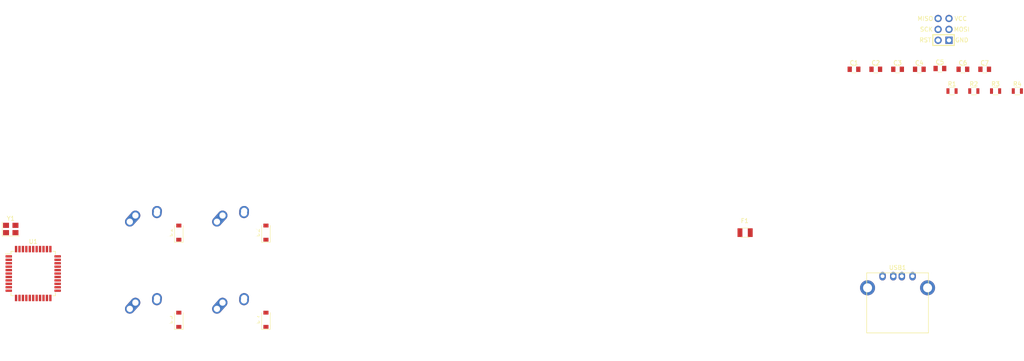
<source format=kicad_pcb>
(kicad_pcb (version 20171130) (host pcbnew "(5.1.4)-1")

  (general
    (thickness 1.6)
    (drawings 0)
    (tracks 0)
    (zones 0)
    (modules 24)
    (nets 47)
  )

  (page A4)
  (layers
    (0 F.Cu signal)
    (31 B.Cu signal)
    (32 B.Adhes user)
    (33 F.Adhes user)
    (34 B.Paste user)
    (35 F.Paste user)
    (36 B.SilkS user)
    (37 F.SilkS user)
    (38 B.Mask user)
    (39 F.Mask user)
    (40 Dwgs.User user)
    (41 Cmts.User user)
    (42 Eco1.User user)
    (43 Eco2.User user)
    (44 Edge.Cuts user)
    (45 Margin user)
    (46 B.CrtYd user)
    (47 F.CrtYd user)
    (48 B.Fab user)
    (49 F.Fab user)
  )

  (setup
    (last_trace_width 0.25)
    (trace_clearance 0.2)
    (zone_clearance 0.508)
    (zone_45_only no)
    (trace_min 0.2)
    (via_size 0.8)
    (via_drill 0.4)
    (via_min_size 0.4)
    (via_min_drill 0.3)
    (uvia_size 0.3)
    (uvia_drill 0.1)
    (uvias_allowed no)
    (uvia_min_size 0.2)
    (uvia_min_drill 0.1)
    (edge_width 0.05)
    (segment_width 0.2)
    (pcb_text_width 0.3)
    (pcb_text_size 1.5 1.5)
    (mod_edge_width 0.12)
    (mod_text_size 1 1)
    (mod_text_width 0.15)
    (pad_size 1.524 1.524)
    (pad_drill 0.762)
    (pad_to_mask_clearance 0.051)
    (solder_mask_min_width 0.25)
    (aux_axis_origin 0 0)
    (visible_elements 7FFFFFFF)
    (pcbplotparams
      (layerselection 0x010fc_ffffffff)
      (usegerberextensions false)
      (usegerberattributes false)
      (usegerberadvancedattributes false)
      (creategerberjobfile false)
      (excludeedgelayer true)
      (linewidth 0.100000)
      (plotframeref false)
      (viasonmask false)
      (mode 1)
      (useauxorigin false)
      (hpglpennumber 1)
      (hpglpenspeed 20)
      (hpglpendiameter 15.000000)
      (psnegative false)
      (psa4output false)
      (plotreference true)
      (plotvalue true)
      (plotinvisibletext false)
      (padsonsilk false)
      (subtractmaskfromsilk false)
      (outputformat 1)
      (mirror false)
      (drillshape 1)
      (scaleselection 1)
      (outputdirectory ""))
  )

  (net 0 "")
  (net 1 +5V)
  (net 2 GND)
  (net 3 "Net-(C5-Pad2)")
  (net 4 "Net-(C6-Pad2)")
  (net 5 "Net-(C7-Pad1)")
  (net 6 ROW0)
  (net 7 "Net-(D1-Pad2)")
  (net 8 ROW1)
  (net 9 "Net-(D2-Pad2)")
  (net 10 "Net-(D3-Pad2)")
  (net 11 "Net-(D4-Pad2)")
  (net 12 COL0)
  (net 13 COL1)
  (net 14 "Net-(R1-Pad1)")
  (net 15 D-)
  (net 16 "Net-(R2-Pad1)")
  (net 17 D+)
  (net 18 "Net-(R3-Pad2)")
  (net 19 "Net-(R4-Pad2)")
  (net 20 "Net-(USB1-Pad3)")
  (net 21 "Net-(USB1-Pad2)")
  (net 22 VCC)
  (net 23 "Net-(U1-Pad1)")
  (net 24 "Net-(U1-Pad8)")
  (net 25 "Net-(U1-Pad9)")
  (net 26 "Net-(U1-Pad10)")
  (net 27 "Net-(U1-Pad11)")
  (net 28 "Net-(U1-Pad12)")
  (net 29 "Net-(U1-Pad14)")
  (net 30 "Net-(U1-Pad18)")
  (net 31 "Net-(U1-Pad19)")
  (net 32 "Net-(U1-Pad20)")
  (net 33 "Net-(U1-Pad21)")
  (net 34 "Net-(U1-Pad22)")
  (net 35 "Net-(U1-Pad24)")
  (net 36 "Net-(U1-Pad25)")
  (net 37 "Net-(U1-Pad26)")
  (net 38 "Net-(U1-Pad31)")
  (net 39 "Net-(U1-Pad32)")
  (net 40 "Net-(U1-Pad36)")
  (net 41 "Net-(U1-Pad37)")
  (net 42 "Net-(U1-Pad38)")
  (net 43 "Net-(U1-Pad39)")
  (net 44 "Net-(U1-Pad40)")
  (net 45 "Net-(U1-Pad41)")
  (net 46 "Net-(U1-Pad42)")

  (net_class Default "This is the default net class."
    (clearance 0.2)
    (trace_width 0.25)
    (via_dia 0.8)
    (via_drill 0.4)
    (uvia_dia 0.3)
    (uvia_drill 0.1)
    (add_net +5V)
    (add_net COL0)
    (add_net COL1)
    (add_net D+)
    (add_net D-)
    (add_net GND)
    (add_net "Net-(C5-Pad2)")
    (add_net "Net-(C6-Pad2)")
    (add_net "Net-(C7-Pad1)")
    (add_net "Net-(D1-Pad2)")
    (add_net "Net-(D2-Pad2)")
    (add_net "Net-(D3-Pad2)")
    (add_net "Net-(D4-Pad2)")
    (add_net "Net-(R1-Pad1)")
    (add_net "Net-(R2-Pad1)")
    (add_net "Net-(R3-Pad2)")
    (add_net "Net-(R4-Pad2)")
    (add_net "Net-(U1-Pad1)")
    (add_net "Net-(U1-Pad10)")
    (add_net "Net-(U1-Pad11)")
    (add_net "Net-(U1-Pad12)")
    (add_net "Net-(U1-Pad14)")
    (add_net "Net-(U1-Pad18)")
    (add_net "Net-(U1-Pad19)")
    (add_net "Net-(U1-Pad20)")
    (add_net "Net-(U1-Pad21)")
    (add_net "Net-(U1-Pad22)")
    (add_net "Net-(U1-Pad24)")
    (add_net "Net-(U1-Pad25)")
    (add_net "Net-(U1-Pad26)")
    (add_net "Net-(U1-Pad31)")
    (add_net "Net-(U1-Pad32)")
    (add_net "Net-(U1-Pad36)")
    (add_net "Net-(U1-Pad37)")
    (add_net "Net-(U1-Pad38)")
    (add_net "Net-(U1-Pad39)")
    (add_net "Net-(U1-Pad40)")
    (add_net "Net-(U1-Pad41)")
    (add_net "Net-(U1-Pad42)")
    (add_net "Net-(U1-Pad8)")
    (add_net "Net-(U1-Pad9)")
    (add_net "Net-(USB1-Pad2)")
    (add_net "Net-(USB1-Pad3)")
    (add_net ROW0)
    (add_net ROW1)
    (add_net VCC)
  )

  (module Crystals:Crystal_SMD_3225-4pin_3.2x2.5mm (layer F.Cu) (tedit 58CD2E9C) (tstamp 60CC416E)
    (at 133.52 37.25)
    (descr "SMD Crystal SERIES SMD3225/4 http://www.txccrystal.com/images/pdf/7m-accuracy.pdf, 3.2x2.5mm^2 package")
    (tags "SMD SMT crystal")
    (path /60D07A91)
    (attr smd)
    (fp_text reference Y1 (at 0 -2.45) (layer F.SilkS)
      (effects (font (size 1 1) (thickness 0.15)))
    )
    (fp_text value 16Mhz (at 0 2.45) (layer F.Fab)
      (effects (font (size 1 1) (thickness 0.15)))
    )
    (fp_text user %R (at 0 0) (layer F.Fab)
      (effects (font (size 0.7 0.7) (thickness 0.105)))
    )
    (fp_line (start -1.6 -1.25) (end -1.6 1.25) (layer F.Fab) (width 0.1))
    (fp_line (start -1.6 1.25) (end 1.6 1.25) (layer F.Fab) (width 0.1))
    (fp_line (start 1.6 1.25) (end 1.6 -1.25) (layer F.Fab) (width 0.1))
    (fp_line (start 1.6 -1.25) (end -1.6 -1.25) (layer F.Fab) (width 0.1))
    (fp_line (start -1.6 0.25) (end -0.6 1.25) (layer F.Fab) (width 0.1))
    (fp_line (start -2 -1.65) (end -2 1.65) (layer F.SilkS) (width 0.12))
    (fp_line (start -2 1.65) (end 2 1.65) (layer F.SilkS) (width 0.12))
    (fp_line (start -2.1 -1.7) (end -2.1 1.7) (layer F.CrtYd) (width 0.05))
    (fp_line (start -2.1 1.7) (end 2.1 1.7) (layer F.CrtYd) (width 0.05))
    (fp_line (start 2.1 1.7) (end 2.1 -1.7) (layer F.CrtYd) (width 0.05))
    (fp_line (start 2.1 -1.7) (end -2.1 -1.7) (layer F.CrtYd) (width 0.05))
    (pad 1 smd rect (at -1.1 0.85) (size 1.4 1.2) (layers F.Cu F.Paste F.Mask)
      (net 3 "Net-(C5-Pad2)"))
    (pad 2 smd rect (at 1.1 0.85) (size 1.4 1.2) (layers F.Cu F.Paste F.Mask)
      (net 2 GND))
    (pad 3 smd rect (at 1.1 -0.85) (size 1.4 1.2) (layers F.Cu F.Paste F.Mask)
      (net 4 "Net-(C6-Pad2)"))
    (pad 4 smd rect (at -1.1 -0.85) (size 1.4 1.2) (layers F.Cu F.Paste F.Mask)
      (net 2 GND))
    (model ${KISYS3DMOD}/Crystals.3dshapes/Crystal_SMD_3225-4pin_3.2x2.5mm.wrl
      (at (xyz 0 0 0))
      (scale (xyz 1 1 1))
      (rotate (xyz 0 0 0))
    )
  )

  (module Housings_QFP:TQFP-44_10x10mm_Pitch0.8mm (layer F.Cu) (tedit 58CC9A48) (tstamp 60CC4149)
    (at 138.76 47.64)
    (descr "44-Lead Plastic Thin Quad Flatpack (PT) - 10x10x1.0 mm Body [TQFP] (see Microchip Packaging Specification 00000049BS.pdf)")
    (tags "QFP 0.8")
    (path /60CBFAF2)
    (attr smd)
    (fp_text reference U1 (at 0 -7.45) (layer F.SilkS)
      (effects (font (size 1 1) (thickness 0.15)))
    )
    (fp_text value ATmega32U4-AU (at 0 7.45) (layer F.Fab)
      (effects (font (size 1 1) (thickness 0.15)))
    )
    (fp_text user %R (at 0 0) (layer F.Fab)
      (effects (font (size 1 1) (thickness 0.15)))
    )
    (fp_line (start -4 -5) (end 5 -5) (layer F.Fab) (width 0.15))
    (fp_line (start 5 -5) (end 5 5) (layer F.Fab) (width 0.15))
    (fp_line (start 5 5) (end -5 5) (layer F.Fab) (width 0.15))
    (fp_line (start -5 5) (end -5 -4) (layer F.Fab) (width 0.15))
    (fp_line (start -5 -4) (end -4 -5) (layer F.Fab) (width 0.15))
    (fp_line (start -6.7 -6.7) (end -6.7 6.7) (layer F.CrtYd) (width 0.05))
    (fp_line (start 6.7 -6.7) (end 6.7 6.7) (layer F.CrtYd) (width 0.05))
    (fp_line (start -6.7 -6.7) (end 6.7 -6.7) (layer F.CrtYd) (width 0.05))
    (fp_line (start -6.7 6.7) (end 6.7 6.7) (layer F.CrtYd) (width 0.05))
    (fp_line (start -5.175 -5.175) (end -5.175 -4.6) (layer F.SilkS) (width 0.15))
    (fp_line (start 5.175 -5.175) (end 5.175 -4.5) (layer F.SilkS) (width 0.15))
    (fp_line (start 5.175 5.175) (end 5.175 4.5) (layer F.SilkS) (width 0.15))
    (fp_line (start -5.175 5.175) (end -5.175 4.5) (layer F.SilkS) (width 0.15))
    (fp_line (start -5.175 -5.175) (end -4.5 -5.175) (layer F.SilkS) (width 0.15))
    (fp_line (start -5.175 5.175) (end -4.5 5.175) (layer F.SilkS) (width 0.15))
    (fp_line (start 5.175 5.175) (end 4.5 5.175) (layer F.SilkS) (width 0.15))
    (fp_line (start 5.175 -5.175) (end 4.5 -5.175) (layer F.SilkS) (width 0.15))
    (fp_line (start -5.175 -4.6) (end -6.45 -4.6) (layer F.SilkS) (width 0.15))
    (pad 1 smd rect (at -5.7 -4) (size 1.5 0.55) (layers F.Cu F.Paste F.Mask)
      (net 23 "Net-(U1-Pad1)"))
    (pad 2 smd rect (at -5.7 -3.2) (size 1.5 0.55) (layers F.Cu F.Paste F.Mask)
      (net 1 +5V))
    (pad 3 smd rect (at -5.7 -2.4) (size 1.5 0.55) (layers F.Cu F.Paste F.Mask)
      (net 14 "Net-(R1-Pad1)"))
    (pad 4 smd rect (at -5.7 -1.6) (size 1.5 0.55) (layers F.Cu F.Paste F.Mask)
      (net 16 "Net-(R2-Pad1)"))
    (pad 5 smd rect (at -5.7 -0.8) (size 1.5 0.55) (layers F.Cu F.Paste F.Mask)
      (net 2 GND))
    (pad 6 smd rect (at -5.7 0) (size 1.5 0.55) (layers F.Cu F.Paste F.Mask)
      (net 5 "Net-(C7-Pad1)"))
    (pad 7 smd rect (at -5.7 0.8) (size 1.5 0.55) (layers F.Cu F.Paste F.Mask)
      (net 1 +5V))
    (pad 8 smd rect (at -5.7 1.6) (size 1.5 0.55) (layers F.Cu F.Paste F.Mask)
      (net 24 "Net-(U1-Pad8)"))
    (pad 9 smd rect (at -5.7 2.4) (size 1.5 0.55) (layers F.Cu F.Paste F.Mask)
      (net 25 "Net-(U1-Pad9)"))
    (pad 10 smd rect (at -5.7 3.2) (size 1.5 0.55) (layers F.Cu F.Paste F.Mask)
      (net 26 "Net-(U1-Pad10)"))
    (pad 11 smd rect (at -5.7 4) (size 1.5 0.55) (layers F.Cu F.Paste F.Mask)
      (net 27 "Net-(U1-Pad11)"))
    (pad 12 smd rect (at -4 5.7 90) (size 1.5 0.55) (layers F.Cu F.Paste F.Mask)
      (net 28 "Net-(U1-Pad12)"))
    (pad 13 smd rect (at -3.2 5.7 90) (size 1.5 0.55) (layers F.Cu F.Paste F.Mask)
      (net 18 "Net-(R3-Pad2)"))
    (pad 14 smd rect (at -2.4 5.7 90) (size 1.5 0.55) (layers F.Cu F.Paste F.Mask)
      (net 29 "Net-(U1-Pad14)"))
    (pad 15 smd rect (at -1.6 5.7 90) (size 1.5 0.55) (layers F.Cu F.Paste F.Mask)
      (net 2 GND))
    (pad 16 smd rect (at -0.8 5.7 90) (size 1.5 0.55) (layers F.Cu F.Paste F.Mask)
      (net 4 "Net-(C6-Pad2)"))
    (pad 17 smd rect (at 0 5.7 90) (size 1.5 0.55) (layers F.Cu F.Paste F.Mask)
      (net 3 "Net-(C5-Pad2)"))
    (pad 18 smd rect (at 0.8 5.7 90) (size 1.5 0.55) (layers F.Cu F.Paste F.Mask)
      (net 30 "Net-(U1-Pad18)"))
    (pad 19 smd rect (at 1.6 5.7 90) (size 1.5 0.55) (layers F.Cu F.Paste F.Mask)
      (net 31 "Net-(U1-Pad19)"))
    (pad 20 smd rect (at 2.4 5.7 90) (size 1.5 0.55) (layers F.Cu F.Paste F.Mask)
      (net 32 "Net-(U1-Pad20)"))
    (pad 21 smd rect (at 3.2 5.7 90) (size 1.5 0.55) (layers F.Cu F.Paste F.Mask)
      (net 33 "Net-(U1-Pad21)"))
    (pad 22 smd rect (at 4 5.7 90) (size 1.5 0.55) (layers F.Cu F.Paste F.Mask)
      (net 34 "Net-(U1-Pad22)"))
    (pad 23 smd rect (at 5.7 4) (size 1.5 0.55) (layers F.Cu F.Paste F.Mask)
      (net 2 GND))
    (pad 24 smd rect (at 5.7 3.2) (size 1.5 0.55) (layers F.Cu F.Paste F.Mask)
      (net 35 "Net-(U1-Pad24)"))
    (pad 25 smd rect (at 5.7 2.4) (size 1.5 0.55) (layers F.Cu F.Paste F.Mask)
      (net 36 "Net-(U1-Pad25)"))
    (pad 26 smd rect (at 5.7 1.6) (size 1.5 0.55) (layers F.Cu F.Paste F.Mask)
      (net 37 "Net-(U1-Pad26)"))
    (pad 27 smd rect (at 5.7 0.8) (size 1.5 0.55) (layers F.Cu F.Paste F.Mask)
      (net 6 ROW0))
    (pad 28 smd rect (at 5.7 0) (size 1.5 0.55) (layers F.Cu F.Paste F.Mask)
      (net 13 COL1))
    (pad 29 smd rect (at 5.7 -0.8) (size 1.5 0.55) (layers F.Cu F.Paste F.Mask)
      (net 12 COL0))
    (pad 30 smd rect (at 5.7 -1.6) (size 1.5 0.55) (layers F.Cu F.Paste F.Mask)
      (net 8 ROW1))
    (pad 31 smd rect (at 5.7 -2.4) (size 1.5 0.55) (layers F.Cu F.Paste F.Mask)
      (net 38 "Net-(U1-Pad31)"))
    (pad 32 smd rect (at 5.7 -3.2) (size 1.5 0.55) (layers F.Cu F.Paste F.Mask)
      (net 39 "Net-(U1-Pad32)"))
    (pad 33 smd rect (at 5.7 -4) (size 1.5 0.55) (layers F.Cu F.Paste F.Mask)
      (net 19 "Net-(R4-Pad2)"))
    (pad 34 smd rect (at 4 -5.7 90) (size 1.5 0.55) (layers F.Cu F.Paste F.Mask)
      (net 29 "Net-(U1-Pad14)"))
    (pad 35 smd rect (at 3.2 -5.7 90) (size 1.5 0.55) (layers F.Cu F.Paste F.Mask)
      (net 2 GND))
    (pad 36 smd rect (at 2.4 -5.7 90) (size 1.5 0.55) (layers F.Cu F.Paste F.Mask)
      (net 40 "Net-(U1-Pad36)"))
    (pad 37 smd rect (at 1.6 -5.7 90) (size 1.5 0.55) (layers F.Cu F.Paste F.Mask)
      (net 41 "Net-(U1-Pad37)"))
    (pad 38 smd rect (at 0.8 -5.7 90) (size 1.5 0.55) (layers F.Cu F.Paste F.Mask)
      (net 42 "Net-(U1-Pad38)"))
    (pad 39 smd rect (at 0 -5.7 90) (size 1.5 0.55) (layers F.Cu F.Paste F.Mask)
      (net 43 "Net-(U1-Pad39)"))
    (pad 40 smd rect (at -0.8 -5.7 90) (size 1.5 0.55) (layers F.Cu F.Paste F.Mask)
      (net 44 "Net-(U1-Pad40)"))
    (pad 41 smd rect (at -1.6 -5.7 90) (size 1.5 0.55) (layers F.Cu F.Paste F.Mask)
      (net 45 "Net-(U1-Pad41)"))
    (pad 42 smd rect (at -2.4 -5.7 90) (size 1.5 0.55) (layers F.Cu F.Paste F.Mask)
      (net 46 "Net-(U1-Pad42)"))
    (pad 43 smd rect (at -3.2 -5.7 90) (size 1.5 0.55) (layers F.Cu F.Paste F.Mask)
      (net 2 GND))
    (pad 44 smd rect (at -4 -5.7 90) (size 1.5 0.55) (layers F.Cu F.Paste F.Mask)
      (net 35 "Net-(U1-Pad24)"))
    (model ${KISYS3DMOD}/Housings_QFP.3dshapes/TQFP-44_10x10mm_Pitch0.8mm.wrl
      (at (xyz 0 0 0))
      (scale (xyz 1 1 1))
      (rotate (xyz 0 0 0))
    )
  )

  (module Fuse_Holders_and_Fuses:Fuse_SMD1206_Reflow (layer F.Cu) (tedit 0) (tstamp 60CC3FF0)
    (at 304.8 38.1)
    (descr "Fuse, Sicherung, SMD1206, Littlefuse-Wickmann, Reflow,")
    (tags "Fuse Sicherung SMD1206 Littlefuse-Wickmann Reflow ")
    (path /60D4D7F5)
    (attr smd)
    (fp_text reference F1 (at -0.1 -2.75) (layer F.SilkS)
      (effects (font (size 1 1) (thickness 0.15)))
    )
    (fp_text value 500mA (at -0.45 3.2) (layer F.Fab)
      (effects (font (size 1 1) (thickness 0.15)))
    )
    (fp_line (start -1.6 0.8) (end -1.6 -0.8) (layer F.Fab) (width 0.1))
    (fp_line (start 1.6 0.8) (end -1.6 0.8) (layer F.Fab) (width 0.1))
    (fp_line (start 1.6 -0.8) (end 1.6 0.8) (layer F.Fab) (width 0.1))
    (fp_line (start -1.6 -0.8) (end 1.6 -0.8) (layer F.Fab) (width 0.1))
    (fp_line (start 1 1.07) (end -1 1.07) (layer F.SilkS) (width 0.12))
    (fp_line (start -1 -1.07) (end 1 -1.07) (layer F.SilkS) (width 0.12))
    (fp_line (start -2.47 -1.05) (end 2.47 -1.05) (layer F.CrtYd) (width 0.05))
    (fp_line (start -2.47 -1.05) (end -2.47 1.05) (layer F.CrtYd) (width 0.05))
    (fp_line (start 2.47 1.05) (end 2.47 -1.05) (layer F.CrtYd) (width 0.05))
    (fp_line (start 2.47 1.05) (end -2.47 1.05) (layer F.CrtYd) (width 0.05))
    (pad 1 smd rect (at -1.2 0 90) (size 2.03 1.14) (layers F.Cu F.Paste F.Mask)
      (net 1 +5V))
    (pad 2 smd rect (at 1.2 0 90) (size 2.03 1.14) (layers F.Cu F.Paste F.Mask)
      (net 22 VCC))
  )

  (module random-keyboard-parts:USB-A-Generic (layer F.Cu) (tedit 5C9874DD) (tstamp 60CC115F)
    (at 340.36 48.26)
    (path /60D4AAFE)
    (fp_text reference USB1 (at 0 -2) (layer F.SilkS)
      (effects (font (size 1 1) (thickness 0.15)))
    )
    (fp_text value Molex-0548190589 (at 0 -4) (layer F.Fab)
      (effects (font (size 1 1) (thickness 0.15)))
    )
    (fp_line (start 7 -1) (end -7 -1) (layer B.CrtYd) (width 0.15))
    (fp_line (start 7 13) (end 7 -1) (layer B.CrtYd) (width 0.15))
    (fp_line (start -7 13) (end 7 13) (layer B.CrtYd) (width 0.15))
    (fp_line (start -7 -1) (end -7 13) (layer B.CrtYd) (width 0.15))
    (fp_line (start 7.2 13.22) (end 7.2 -0.78) (layer F.SilkS) (width 0.15))
    (fp_line (start 7.2 13.22) (end -7.2 13.22) (layer F.SilkS) (width 0.15))
    (fp_line (start -7.2 -0.78) (end -7.2 13.22) (layer F.SilkS) (width 0.15))
    (fp_line (start -7.2 -0.78) (end 7.2 -0.78) (layer F.SilkS) (width 0.15))
    (pad 5 thru_hole circle (at -7 2.71) (size 3.5 3.5) (drill 2.1) (layers *.Cu *.Mask)
      (net 15 D-))
    (pad 4 thru_hole oval (at 3.5 0) (size 1.5 2) (drill 0.9) (layers *.Cu *.Mask)
      (net 17 D+))
    (pad 3 thru_hole oval (at 1 0) (size 1.5 2) (drill 0.9) (layers *.Cu *.Mask)
      (net 20 "Net-(USB1-Pad3)"))
    (pad 2 thru_hole oval (at -1 0) (size 1.5 2) (drill 0.9) (layers *.Cu *.Mask)
      (net 21 "Net-(USB1-Pad2)"))
    (pad 5 thru_hole circle (at 7 2.71) (size 3.5 3.5) (drill 2.1) (layers *.Cu *.Mask)
      (net 15 D-))
    (pad 1 thru_hole oval (at -3.5 0) (size 1.5 2) (drill 0.9) (layers *.Cu *.Mask)
      (net 2 GND))
  )

  (module random-keyboard-parts:Reset_Pretty (layer F.Cu) (tedit 5C42C5BD) (tstamp 60CC114D)
    (at 351.085001 -9.31)
    (path /60D40849)
    (attr virtual)
    (fp_text reference SW1 (at 0 6) (layer Dwgs.User)
      (effects (font (size 1 1) (thickness 0.15)))
    )
    (fp_text value SW_Push (at 0 -6) (layer Dwgs.User)
      (effects (font (size 1 1) (thickness 0.15)))
    )
    (fp_text user MISO (at -4.25 -2.5) (layer F.SilkS)
      (effects (font (size 1 1) (thickness 0.15)))
    )
    (fp_text user VCC (at 4 -2.5) (layer F.SilkS)
      (effects (font (size 1 1) (thickness 0.15)))
    )
    (fp_text user SCK (at -4 0) (layer F.SilkS)
      (effects (font (size 1 1) (thickness 0.15)))
    )
    (fp_text user MOSI (at 4.25 0) (layer F.SilkS)
      (effects (font (size 1 1) (thickness 0.15)))
    )
    (fp_text user RST (at -4.25 2.5) (layer F.SilkS)
      (effects (font (size 1 1) (thickness 0.15)))
    )
    (fp_text user GND (at 4.25 2.5) (layer F.SilkS)
      (effects (font (size 1 1) (thickness 0.15)))
    )
    (fp_line (start -2.5 1.25) (end 2.5 1.25) (layer F.SilkS) (width 0.25))
    (fp_line (start 2.5 1.25) (end 2.5 3.75) (layer F.SilkS) (width 0.25))
    (fp_line (start 2.5 3.75) (end -2.5 3.75) (layer F.SilkS) (width 0.25))
    (fp_line (start -2.5 3.75) (end -2.5 1.25) (layer F.SilkS) (width 0.25))
    (pad 6 thru_hole rect (at 1.27 2.54) (size 1.7 1.7) (drill 1) (layers *.Cu *.Mask))
    (pad 5 thru_hole circle (at -1.27 2.54) (size 1.7 1.7) (drill 1) (layers *.Cu *.Mask))
    (pad 4 thru_hole circle (at 1.27 0) (size 1.7 1.7) (drill 1) (layers *.Cu *.Mask))
    (pad 3 thru_hole circle (at -1.27 0) (size 1.7 1.7) (drill 1) (layers *.Cu *.Mask))
    (pad 2 thru_hole circle (at 1.27 -2.54) (size 1.7 1.7) (drill 1) (layers *.Cu *.Mask)
      (net 18 "Net-(R3-Pad2)"))
    (pad 1 thru_hole circle (at -1.27 -2.54) (size 1.7 1.7) (drill 1) (layers *.Cu *.Mask)
      (net 2 GND))
  )

  (module Resistors_SMD:R_0805 (layer F.Cu) (tedit 58E0A804) (tstamp 60CC1139)
    (at 368.3 5.08)
    (descr "Resistor SMD 0805, reflow soldering, Vishay (see dcrcw.pdf)")
    (tags "resistor 0805")
    (path /60CD7644)
    (attr smd)
    (fp_text reference R4 (at 0 -1.65) (layer F.SilkS)
      (effects (font (size 1 1) (thickness 0.15)))
    )
    (fp_text value 10k (at 0 1.75) (layer F.Fab)
      (effects (font (size 1 1) (thickness 0.15)))
    )
    (fp_text user %R (at 0 0) (layer F.Fab)
      (effects (font (size 0.5 0.5) (thickness 0.075)))
    )
    (fp_line (start -1 0.62) (end -1 -0.62) (layer F.Fab) (width 0.1))
    (fp_line (start 1 0.62) (end -1 0.62) (layer F.Fab) (width 0.1))
    (fp_line (start 1 -0.62) (end 1 0.62) (layer F.Fab) (width 0.1))
    (fp_line (start -1 -0.62) (end 1 -0.62) (layer F.Fab) (width 0.1))
    (fp_line (start 0.6 0.88) (end -0.6 0.88) (layer F.SilkS) (width 0.12))
    (fp_line (start -0.6 -0.88) (end 0.6 -0.88) (layer F.SilkS) (width 0.12))
    (fp_line (start -1.55 -0.9) (end 1.55 -0.9) (layer F.CrtYd) (width 0.05))
    (fp_line (start -1.55 -0.9) (end -1.55 0.9) (layer F.CrtYd) (width 0.05))
    (fp_line (start 1.55 0.9) (end 1.55 -0.9) (layer F.CrtYd) (width 0.05))
    (fp_line (start 1.55 0.9) (end -1.55 0.9) (layer F.CrtYd) (width 0.05))
    (pad 1 smd rect (at -0.95 0) (size 0.7 1.3) (layers F.Cu F.Paste F.Mask)
      (net 2 GND))
    (pad 2 smd rect (at 0.95 0) (size 0.7 1.3) (layers F.Cu F.Paste F.Mask)
      (net 19 "Net-(R4-Pad2)"))
    (model ${KISYS3DMOD}/Resistors_SMD.3dshapes/R_0805.wrl
      (at (xyz 0 0 0))
      (scale (xyz 1 1 1))
      (rotate (xyz 0 0 0))
    )
  )

  (module Resistors_SMD:R_0805 (layer F.Cu) (tedit 58E0A804) (tstamp 60CC1136)
    (at 363.22 5.08)
    (descr "Resistor SMD 0805, reflow soldering, Vishay (see dcrcw.pdf)")
    (tags "resistor 0805")
    (path /60D44737)
    (attr smd)
    (fp_text reference R3 (at 0 -1.65) (layer F.SilkS)
      (effects (font (size 1 1) (thickness 0.15)))
    )
    (fp_text value 10k (at 0 1.75) (layer F.Fab)
      (effects (font (size 1 1) (thickness 0.15)))
    )
    (fp_text user %R (at 0 0) (layer F.Fab)
      (effects (font (size 0.5 0.5) (thickness 0.075)))
    )
    (fp_line (start -1 0.62) (end -1 -0.62) (layer F.Fab) (width 0.1))
    (fp_line (start 1 0.62) (end -1 0.62) (layer F.Fab) (width 0.1))
    (fp_line (start 1 -0.62) (end 1 0.62) (layer F.Fab) (width 0.1))
    (fp_line (start -1 -0.62) (end 1 -0.62) (layer F.Fab) (width 0.1))
    (fp_line (start 0.6 0.88) (end -0.6 0.88) (layer F.SilkS) (width 0.12))
    (fp_line (start -0.6 -0.88) (end 0.6 -0.88) (layer F.SilkS) (width 0.12))
    (fp_line (start -1.55 -0.9) (end 1.55 -0.9) (layer F.CrtYd) (width 0.05))
    (fp_line (start -1.55 -0.9) (end -1.55 0.9) (layer F.CrtYd) (width 0.05))
    (fp_line (start 1.55 0.9) (end 1.55 -0.9) (layer F.CrtYd) (width 0.05))
    (fp_line (start 1.55 0.9) (end -1.55 0.9) (layer F.CrtYd) (width 0.05))
    (pad 1 smd rect (at -0.95 0) (size 0.7 1.3) (layers F.Cu F.Paste F.Mask)
      (net 1 +5V))
    (pad 2 smd rect (at 0.95 0) (size 0.7 1.3) (layers F.Cu F.Paste F.Mask)
      (net 18 "Net-(R3-Pad2)"))
    (model ${KISYS3DMOD}/Resistors_SMD.3dshapes/R_0805.wrl
      (at (xyz 0 0 0))
      (scale (xyz 1 1 1))
      (rotate (xyz 0 0 0))
    )
  )

  (module Resistors_SMD:R_0805 (layer F.Cu) (tedit 58E0A804) (tstamp 60CC1133)
    (at 358.14 5.08)
    (descr "Resistor SMD 0805, reflow soldering, Vishay (see dcrcw.pdf)")
    (tags "resistor 0805")
    (path /60CDF4B8)
    (attr smd)
    (fp_text reference R2 (at 0 -1.65) (layer F.SilkS)
      (effects (font (size 1 1) (thickness 0.15)))
    )
    (fp_text value 22 (at 0 1.75) (layer F.Fab)
      (effects (font (size 1 1) (thickness 0.15)))
    )
    (fp_text user %R (at 0 0) (layer F.Fab)
      (effects (font (size 0.5 0.5) (thickness 0.075)))
    )
    (fp_line (start -1 0.62) (end -1 -0.62) (layer F.Fab) (width 0.1))
    (fp_line (start 1 0.62) (end -1 0.62) (layer F.Fab) (width 0.1))
    (fp_line (start 1 -0.62) (end 1 0.62) (layer F.Fab) (width 0.1))
    (fp_line (start -1 -0.62) (end 1 -0.62) (layer F.Fab) (width 0.1))
    (fp_line (start 0.6 0.88) (end -0.6 0.88) (layer F.SilkS) (width 0.12))
    (fp_line (start -0.6 -0.88) (end 0.6 -0.88) (layer F.SilkS) (width 0.12))
    (fp_line (start -1.55 -0.9) (end 1.55 -0.9) (layer F.CrtYd) (width 0.05))
    (fp_line (start -1.55 -0.9) (end -1.55 0.9) (layer F.CrtYd) (width 0.05))
    (fp_line (start 1.55 0.9) (end 1.55 -0.9) (layer F.CrtYd) (width 0.05))
    (fp_line (start 1.55 0.9) (end -1.55 0.9) (layer F.CrtYd) (width 0.05))
    (pad 1 smd rect (at -0.95 0) (size 0.7 1.3) (layers F.Cu F.Paste F.Mask)
      (net 16 "Net-(R2-Pad1)"))
    (pad 2 smd rect (at 0.95 0) (size 0.7 1.3) (layers F.Cu F.Paste F.Mask)
      (net 17 D+))
    (model ${KISYS3DMOD}/Resistors_SMD.3dshapes/R_0805.wrl
      (at (xyz 0 0 0))
      (scale (xyz 1 1 1))
      (rotate (xyz 0 0 0))
    )
  )

  (module Resistors_SMD:R_0805 (layer F.Cu) (tedit 58E0A804) (tstamp 60CC1130)
    (at 353.06 5.08)
    (descr "Resistor SMD 0805, reflow soldering, Vishay (see dcrcw.pdf)")
    (tags "resistor 0805")
    (path /60CE0862)
    (attr smd)
    (fp_text reference R1 (at 0 -1.65) (layer F.SilkS)
      (effects (font (size 1 1) (thickness 0.15)))
    )
    (fp_text value 22 (at 0 1.75) (layer F.Fab)
      (effects (font (size 1 1) (thickness 0.15)))
    )
    (fp_text user %R (at 0 0) (layer F.Fab)
      (effects (font (size 0.5 0.5) (thickness 0.075)))
    )
    (fp_line (start -1 0.62) (end -1 -0.62) (layer F.Fab) (width 0.1))
    (fp_line (start 1 0.62) (end -1 0.62) (layer F.Fab) (width 0.1))
    (fp_line (start 1 -0.62) (end 1 0.62) (layer F.Fab) (width 0.1))
    (fp_line (start -1 -0.62) (end 1 -0.62) (layer F.Fab) (width 0.1))
    (fp_line (start 0.6 0.88) (end -0.6 0.88) (layer F.SilkS) (width 0.12))
    (fp_line (start -0.6 -0.88) (end 0.6 -0.88) (layer F.SilkS) (width 0.12))
    (fp_line (start -1.55 -0.9) (end 1.55 -0.9) (layer F.CrtYd) (width 0.05))
    (fp_line (start -1.55 -0.9) (end -1.55 0.9) (layer F.CrtYd) (width 0.05))
    (fp_line (start 1.55 0.9) (end 1.55 -0.9) (layer F.CrtYd) (width 0.05))
    (fp_line (start 1.55 0.9) (end -1.55 0.9) (layer F.CrtYd) (width 0.05))
    (pad 1 smd rect (at -0.95 0) (size 0.7 1.3) (layers F.Cu F.Paste F.Mask)
      (net 14 "Net-(R1-Pad1)"))
    (pad 2 smd rect (at 0.95 0) (size 0.7 1.3) (layers F.Cu F.Paste F.Mask)
      (net 15 D-))
    (model ${KISYS3DMOD}/Resistors_SMD.3dshapes/R_0805.wrl
      (at (xyz 0 0 0))
      (scale (xyz 1 1 1))
      (rotate (xyz 0 0 0))
    )
  )

  (module MX_Alps_Hybrid:MX-1U-NoLED (layer F.Cu) (tedit 5A9F5203) (tstamp 60CC112D)
    (at 185.42 58.42)
    (path /60D675EC)
    (fp_text reference MX4 (at 0 3.175) (layer Dwgs.User)
      (effects (font (size 1 1) (thickness 0.15)))
    )
    (fp_text value MX-NoLED (at 0 -7.9375) (layer Dwgs.User)
      (effects (font (size 1 1) (thickness 0.15)))
    )
    (fp_line (start -9.525 9.525) (end -9.525 -9.525) (layer Dwgs.User) (width 0.15))
    (fp_line (start 9.525 9.525) (end -9.525 9.525) (layer Dwgs.User) (width 0.15))
    (fp_line (start 9.525 -9.525) (end 9.525 9.525) (layer Dwgs.User) (width 0.15))
    (fp_line (start -9.525 -9.525) (end 9.525 -9.525) (layer Dwgs.User) (width 0.15))
    (fp_line (start -7 -7) (end -7 -5) (layer Dwgs.User) (width 0.15))
    (fp_line (start -5 -7) (end -7 -7) (layer Dwgs.User) (width 0.15))
    (fp_line (start -7 7) (end -5 7) (layer Dwgs.User) (width 0.15))
    (fp_line (start -7 5) (end -7 7) (layer Dwgs.User) (width 0.15))
    (fp_line (start 7 7) (end 7 5) (layer Dwgs.User) (width 0.15))
    (fp_line (start 5 7) (end 7 7) (layer Dwgs.User) (width 0.15))
    (fp_line (start 7 -7) (end 7 -5) (layer Dwgs.User) (width 0.15))
    (fp_line (start 5 -7) (end 7 -7) (layer Dwgs.User) (width 0.15))
    (pad "" np_thru_hole circle (at 5.08 0 48.0996) (size 1.75 1.75) (drill 1.75) (layers *.Cu *.Mask))
    (pad "" np_thru_hole circle (at -5.08 0 48.0996) (size 1.75 1.75) (drill 1.75) (layers *.Cu *.Mask))
    (pad 1 thru_hole circle (at -2.5 -4) (size 2.25 2.25) (drill 1.47) (layers *.Cu B.Mask)
      (net 13 COL1))
    (pad "" np_thru_hole circle (at 0 0) (size 3.9878 3.9878) (drill 3.9878) (layers *.Cu *.Mask))
    (pad 1 thru_hole oval (at -3.81 -2.54 48.0996) (size 4.211556 2.25) (drill 1.47 (offset 0.980778 0)) (layers *.Cu B.Mask)
      (net 13 COL1))
    (pad 2 thru_hole circle (at 2.54 -5.08) (size 2.25 2.25) (drill 1.47) (layers *.Cu B.Mask)
      (net 11 "Net-(D4-Pad2)"))
    (pad 2 thru_hole oval (at 2.5 -4.5 86.0548) (size 2.831378 2.25) (drill 1.47 (offset 0.290689 0)) (layers *.Cu B.Mask)
      (net 11 "Net-(D4-Pad2)"))
  )

  (module MX_Alps_Hybrid:MX-1U-NoLED (layer F.Cu) (tedit 5A9F5203) (tstamp 60CC1116)
    (at 165.1 58.42)
    (path /60D6387F)
    (fp_text reference MX3 (at 0 3.175) (layer Dwgs.User)
      (effects (font (size 1 1) (thickness 0.15)))
    )
    (fp_text value MX-NoLED (at 0 -7.9375) (layer Dwgs.User)
      (effects (font (size 1 1) (thickness 0.15)))
    )
    (fp_line (start -9.525 9.525) (end -9.525 -9.525) (layer Dwgs.User) (width 0.15))
    (fp_line (start 9.525 9.525) (end -9.525 9.525) (layer Dwgs.User) (width 0.15))
    (fp_line (start 9.525 -9.525) (end 9.525 9.525) (layer Dwgs.User) (width 0.15))
    (fp_line (start -9.525 -9.525) (end 9.525 -9.525) (layer Dwgs.User) (width 0.15))
    (fp_line (start -7 -7) (end -7 -5) (layer Dwgs.User) (width 0.15))
    (fp_line (start -5 -7) (end -7 -7) (layer Dwgs.User) (width 0.15))
    (fp_line (start -7 7) (end -5 7) (layer Dwgs.User) (width 0.15))
    (fp_line (start -7 5) (end -7 7) (layer Dwgs.User) (width 0.15))
    (fp_line (start 7 7) (end 7 5) (layer Dwgs.User) (width 0.15))
    (fp_line (start 5 7) (end 7 7) (layer Dwgs.User) (width 0.15))
    (fp_line (start 7 -7) (end 7 -5) (layer Dwgs.User) (width 0.15))
    (fp_line (start 5 -7) (end 7 -7) (layer Dwgs.User) (width 0.15))
    (pad "" np_thru_hole circle (at 5.08 0 48.0996) (size 1.75 1.75) (drill 1.75) (layers *.Cu *.Mask))
    (pad "" np_thru_hole circle (at -5.08 0 48.0996) (size 1.75 1.75) (drill 1.75) (layers *.Cu *.Mask))
    (pad 1 thru_hole circle (at -2.5 -4) (size 2.25 2.25) (drill 1.47) (layers *.Cu B.Mask)
      (net 13 COL1))
    (pad "" np_thru_hole circle (at 0 0) (size 3.9878 3.9878) (drill 3.9878) (layers *.Cu *.Mask))
    (pad 1 thru_hole oval (at -3.81 -2.54 48.0996) (size 4.211556 2.25) (drill 1.47 (offset 0.980778 0)) (layers *.Cu B.Mask)
      (net 13 COL1))
    (pad 2 thru_hole circle (at 2.54 -5.08) (size 2.25 2.25) (drill 1.47) (layers *.Cu B.Mask)
      (net 10 "Net-(D3-Pad2)"))
    (pad 2 thru_hole oval (at 2.5 -4.5 86.0548) (size 2.831378 2.25) (drill 1.47 (offset 0.290689 0)) (layers *.Cu B.Mask)
      (net 10 "Net-(D3-Pad2)"))
  )

  (module MX_Alps_Hybrid:MX-1U-NoLED (layer F.Cu) (tedit 5A9F5203) (tstamp 60CC10FF)
    (at 185.42 38.1)
    (path /60D6531C)
    (fp_text reference MX2 (at 0 3.175) (layer Dwgs.User)
      (effects (font (size 1 1) (thickness 0.15)))
    )
    (fp_text value MX-NoLED (at 0 -7.9375) (layer Dwgs.User)
      (effects (font (size 1 1) (thickness 0.15)))
    )
    (fp_line (start -9.525 9.525) (end -9.525 -9.525) (layer Dwgs.User) (width 0.15))
    (fp_line (start 9.525 9.525) (end -9.525 9.525) (layer Dwgs.User) (width 0.15))
    (fp_line (start 9.525 -9.525) (end 9.525 9.525) (layer Dwgs.User) (width 0.15))
    (fp_line (start -9.525 -9.525) (end 9.525 -9.525) (layer Dwgs.User) (width 0.15))
    (fp_line (start -7 -7) (end -7 -5) (layer Dwgs.User) (width 0.15))
    (fp_line (start -5 -7) (end -7 -7) (layer Dwgs.User) (width 0.15))
    (fp_line (start -7 7) (end -5 7) (layer Dwgs.User) (width 0.15))
    (fp_line (start -7 5) (end -7 7) (layer Dwgs.User) (width 0.15))
    (fp_line (start 7 7) (end 7 5) (layer Dwgs.User) (width 0.15))
    (fp_line (start 5 7) (end 7 7) (layer Dwgs.User) (width 0.15))
    (fp_line (start 7 -7) (end 7 -5) (layer Dwgs.User) (width 0.15))
    (fp_line (start 5 -7) (end 7 -7) (layer Dwgs.User) (width 0.15))
    (pad "" np_thru_hole circle (at 5.08 0 48.0996) (size 1.75 1.75) (drill 1.75) (layers *.Cu *.Mask))
    (pad "" np_thru_hole circle (at -5.08 0 48.0996) (size 1.75 1.75) (drill 1.75) (layers *.Cu *.Mask))
    (pad 1 thru_hole circle (at -2.5 -4) (size 2.25 2.25) (drill 1.47) (layers *.Cu B.Mask)
      (net 12 COL0))
    (pad "" np_thru_hole circle (at 0 0) (size 3.9878 3.9878) (drill 3.9878) (layers *.Cu *.Mask))
    (pad 1 thru_hole oval (at -3.81 -2.54 48.0996) (size 4.211556 2.25) (drill 1.47 (offset 0.980778 0)) (layers *.Cu B.Mask)
      (net 12 COL0))
    (pad 2 thru_hole circle (at 2.54 -5.08) (size 2.25 2.25) (drill 1.47) (layers *.Cu B.Mask)
      (net 9 "Net-(D2-Pad2)"))
    (pad 2 thru_hole oval (at 2.5 -4.5 86.0548) (size 2.831378 2.25) (drill 1.47 (offset 0.290689 0)) (layers *.Cu B.Mask)
      (net 9 "Net-(D2-Pad2)"))
  )

  (module MX_Alps_Hybrid:MX-1U-NoLED (layer F.Cu) (tedit 5A9F5203) (tstamp 60CC10E8)
    (at 165.1 38.1)
    (path /60D583A5)
    (fp_text reference MX1 (at 0 3.175) (layer Dwgs.User)
      (effects (font (size 1 1) (thickness 0.15)))
    )
    (fp_text value MX-NoLED (at 0 -7.9375) (layer Dwgs.User)
      (effects (font (size 1 1) (thickness 0.15)))
    )
    (fp_line (start -9.525 9.525) (end -9.525 -9.525) (layer Dwgs.User) (width 0.15))
    (fp_line (start 9.525 9.525) (end -9.525 9.525) (layer Dwgs.User) (width 0.15))
    (fp_line (start 9.525 -9.525) (end 9.525 9.525) (layer Dwgs.User) (width 0.15))
    (fp_line (start -9.525 -9.525) (end 9.525 -9.525) (layer Dwgs.User) (width 0.15))
    (fp_line (start -7 -7) (end -7 -5) (layer Dwgs.User) (width 0.15))
    (fp_line (start -5 -7) (end -7 -7) (layer Dwgs.User) (width 0.15))
    (fp_line (start -7 7) (end -5 7) (layer Dwgs.User) (width 0.15))
    (fp_line (start -7 5) (end -7 7) (layer Dwgs.User) (width 0.15))
    (fp_line (start 7 7) (end 7 5) (layer Dwgs.User) (width 0.15))
    (fp_line (start 5 7) (end 7 7) (layer Dwgs.User) (width 0.15))
    (fp_line (start 7 -7) (end 7 -5) (layer Dwgs.User) (width 0.15))
    (fp_line (start 5 -7) (end 7 -7) (layer Dwgs.User) (width 0.15))
    (pad "" np_thru_hole circle (at 5.08 0 48.0996) (size 1.75 1.75) (drill 1.75) (layers *.Cu *.Mask))
    (pad "" np_thru_hole circle (at -5.08 0 48.0996) (size 1.75 1.75) (drill 1.75) (layers *.Cu *.Mask))
    (pad 1 thru_hole circle (at -2.5 -4) (size 2.25 2.25) (drill 1.47) (layers *.Cu B.Mask)
      (net 12 COL0))
    (pad "" np_thru_hole circle (at 0 0) (size 3.9878 3.9878) (drill 3.9878) (layers *.Cu *.Mask))
    (pad 1 thru_hole oval (at -3.81 -2.54 48.0996) (size 4.211556 2.25) (drill 1.47 (offset 0.980778 0)) (layers *.Cu B.Mask)
      (net 12 COL0))
    (pad 2 thru_hole circle (at 2.54 -5.08) (size 2.25 2.25) (drill 1.47) (layers *.Cu B.Mask)
      (net 7 "Net-(D1-Pad2)"))
    (pad 2 thru_hole oval (at 2.5 -4.5 86.0548) (size 2.831378 2.25) (drill 1.47 (offset 0.290689 0)) (layers *.Cu B.Mask)
      (net 7 "Net-(D1-Pad2)"))
  )

  (module Diodes_SMD:D_SOD-123 (layer F.Cu) (tedit 58645DC7) (tstamp 60CC10D1)
    (at 193.04 58.42 90)
    (descr SOD-123)
    (tags SOD-123)
    (path /60D675F2)
    (attr smd)
    (fp_text reference D4 (at 0 -2 90) (layer F.SilkS)
      (effects (font (size 1 1) (thickness 0.15)))
    )
    (fp_text value SOD-123 (at 0 2.1 90) (layer F.Fab)
      (effects (font (size 1 1) (thickness 0.15)))
    )
    (fp_text user %R (at 0 -2 90) (layer F.Fab)
      (effects (font (size 1 1) (thickness 0.15)))
    )
    (fp_line (start -2.25 -1) (end -2.25 1) (layer F.SilkS) (width 0.12))
    (fp_line (start 0.25 0) (end 0.75 0) (layer F.Fab) (width 0.1))
    (fp_line (start 0.25 0.4) (end -0.35 0) (layer F.Fab) (width 0.1))
    (fp_line (start 0.25 -0.4) (end 0.25 0.4) (layer F.Fab) (width 0.1))
    (fp_line (start -0.35 0) (end 0.25 -0.4) (layer F.Fab) (width 0.1))
    (fp_line (start -0.35 0) (end -0.35 0.55) (layer F.Fab) (width 0.1))
    (fp_line (start -0.35 0) (end -0.35 -0.55) (layer F.Fab) (width 0.1))
    (fp_line (start -0.75 0) (end -0.35 0) (layer F.Fab) (width 0.1))
    (fp_line (start -1.4 0.9) (end -1.4 -0.9) (layer F.Fab) (width 0.1))
    (fp_line (start 1.4 0.9) (end -1.4 0.9) (layer F.Fab) (width 0.1))
    (fp_line (start 1.4 -0.9) (end 1.4 0.9) (layer F.Fab) (width 0.1))
    (fp_line (start -1.4 -0.9) (end 1.4 -0.9) (layer F.Fab) (width 0.1))
    (fp_line (start -2.35 -1.15) (end 2.35 -1.15) (layer F.CrtYd) (width 0.05))
    (fp_line (start 2.35 -1.15) (end 2.35 1.15) (layer F.CrtYd) (width 0.05))
    (fp_line (start 2.35 1.15) (end -2.35 1.15) (layer F.CrtYd) (width 0.05))
    (fp_line (start -2.35 -1.15) (end -2.35 1.15) (layer F.CrtYd) (width 0.05))
    (fp_line (start -2.25 1) (end 1.65 1) (layer F.SilkS) (width 0.12))
    (fp_line (start -2.25 -1) (end 1.65 -1) (layer F.SilkS) (width 0.12))
    (pad 1 smd rect (at -1.65 0 90) (size 0.9 1.2) (layers F.Cu F.Paste F.Mask)
      (net 8 ROW1))
    (pad 2 smd rect (at 1.65 0 90) (size 0.9 1.2) (layers F.Cu F.Paste F.Mask)
      (net 11 "Net-(D4-Pad2)"))
    (model ${KISYS3DMOD}/Diodes_SMD.3dshapes/D_SOD-123.wrl
      (at (xyz 0 0 0))
      (scale (xyz 1 1 1))
      (rotate (xyz 0 0 0))
    )
  )

  (module Diodes_SMD:D_SOD-123 (layer F.Cu) (tedit 58645DC7) (tstamp 60CC10CE)
    (at 172.72 58.42 90)
    (descr SOD-123)
    (tags SOD-123)
    (path /60D63885)
    (attr smd)
    (fp_text reference D3 (at 0 -2 90) (layer F.SilkS)
      (effects (font (size 1 1) (thickness 0.15)))
    )
    (fp_text value SOD-123 (at 0 2.1 90) (layer F.Fab)
      (effects (font (size 1 1) (thickness 0.15)))
    )
    (fp_text user %R (at 0 -2 90) (layer F.Fab)
      (effects (font (size 1 1) (thickness 0.15)))
    )
    (fp_line (start -2.25 -1) (end -2.25 1) (layer F.SilkS) (width 0.12))
    (fp_line (start 0.25 0) (end 0.75 0) (layer F.Fab) (width 0.1))
    (fp_line (start 0.25 0.4) (end -0.35 0) (layer F.Fab) (width 0.1))
    (fp_line (start 0.25 -0.4) (end 0.25 0.4) (layer F.Fab) (width 0.1))
    (fp_line (start -0.35 0) (end 0.25 -0.4) (layer F.Fab) (width 0.1))
    (fp_line (start -0.35 0) (end -0.35 0.55) (layer F.Fab) (width 0.1))
    (fp_line (start -0.35 0) (end -0.35 -0.55) (layer F.Fab) (width 0.1))
    (fp_line (start -0.75 0) (end -0.35 0) (layer F.Fab) (width 0.1))
    (fp_line (start -1.4 0.9) (end -1.4 -0.9) (layer F.Fab) (width 0.1))
    (fp_line (start 1.4 0.9) (end -1.4 0.9) (layer F.Fab) (width 0.1))
    (fp_line (start 1.4 -0.9) (end 1.4 0.9) (layer F.Fab) (width 0.1))
    (fp_line (start -1.4 -0.9) (end 1.4 -0.9) (layer F.Fab) (width 0.1))
    (fp_line (start -2.35 -1.15) (end 2.35 -1.15) (layer F.CrtYd) (width 0.05))
    (fp_line (start 2.35 -1.15) (end 2.35 1.15) (layer F.CrtYd) (width 0.05))
    (fp_line (start 2.35 1.15) (end -2.35 1.15) (layer F.CrtYd) (width 0.05))
    (fp_line (start -2.35 -1.15) (end -2.35 1.15) (layer F.CrtYd) (width 0.05))
    (fp_line (start -2.25 1) (end 1.65 1) (layer F.SilkS) (width 0.12))
    (fp_line (start -2.25 -1) (end 1.65 -1) (layer F.SilkS) (width 0.12))
    (pad 1 smd rect (at -1.65 0 90) (size 0.9 1.2) (layers F.Cu F.Paste F.Mask)
      (net 6 ROW0))
    (pad 2 smd rect (at 1.65 0 90) (size 0.9 1.2) (layers F.Cu F.Paste F.Mask)
      (net 10 "Net-(D3-Pad2)"))
    (model ${KISYS3DMOD}/Diodes_SMD.3dshapes/D_SOD-123.wrl
      (at (xyz 0 0 0))
      (scale (xyz 1 1 1))
      (rotate (xyz 0 0 0))
    )
  )

  (module Diodes_SMD:D_SOD-123 (layer F.Cu) (tedit 58645DC7) (tstamp 60CC10CB)
    (at 193.04 38.1 90)
    (descr SOD-123)
    (tags SOD-123)
    (path /60D65322)
    (attr smd)
    (fp_text reference D2 (at 0 -2 90) (layer F.SilkS)
      (effects (font (size 1 1) (thickness 0.15)))
    )
    (fp_text value SOD-123 (at 0 2.1 90) (layer F.Fab)
      (effects (font (size 1 1) (thickness 0.15)))
    )
    (fp_text user %R (at 0 -2 90) (layer F.Fab)
      (effects (font (size 1 1) (thickness 0.15)))
    )
    (fp_line (start -2.25 -1) (end -2.25 1) (layer F.SilkS) (width 0.12))
    (fp_line (start 0.25 0) (end 0.75 0) (layer F.Fab) (width 0.1))
    (fp_line (start 0.25 0.4) (end -0.35 0) (layer F.Fab) (width 0.1))
    (fp_line (start 0.25 -0.4) (end 0.25 0.4) (layer F.Fab) (width 0.1))
    (fp_line (start -0.35 0) (end 0.25 -0.4) (layer F.Fab) (width 0.1))
    (fp_line (start -0.35 0) (end -0.35 0.55) (layer F.Fab) (width 0.1))
    (fp_line (start -0.35 0) (end -0.35 -0.55) (layer F.Fab) (width 0.1))
    (fp_line (start -0.75 0) (end -0.35 0) (layer F.Fab) (width 0.1))
    (fp_line (start -1.4 0.9) (end -1.4 -0.9) (layer F.Fab) (width 0.1))
    (fp_line (start 1.4 0.9) (end -1.4 0.9) (layer F.Fab) (width 0.1))
    (fp_line (start 1.4 -0.9) (end 1.4 0.9) (layer F.Fab) (width 0.1))
    (fp_line (start -1.4 -0.9) (end 1.4 -0.9) (layer F.Fab) (width 0.1))
    (fp_line (start -2.35 -1.15) (end 2.35 -1.15) (layer F.CrtYd) (width 0.05))
    (fp_line (start 2.35 -1.15) (end 2.35 1.15) (layer F.CrtYd) (width 0.05))
    (fp_line (start 2.35 1.15) (end -2.35 1.15) (layer F.CrtYd) (width 0.05))
    (fp_line (start -2.35 -1.15) (end -2.35 1.15) (layer F.CrtYd) (width 0.05))
    (fp_line (start -2.25 1) (end 1.65 1) (layer F.SilkS) (width 0.12))
    (fp_line (start -2.25 -1) (end 1.65 -1) (layer F.SilkS) (width 0.12))
    (pad 1 smd rect (at -1.65 0 90) (size 0.9 1.2) (layers F.Cu F.Paste F.Mask)
      (net 8 ROW1))
    (pad 2 smd rect (at 1.65 0 90) (size 0.9 1.2) (layers F.Cu F.Paste F.Mask)
      (net 9 "Net-(D2-Pad2)"))
    (model ${KISYS3DMOD}/Diodes_SMD.3dshapes/D_SOD-123.wrl
      (at (xyz 0 0 0))
      (scale (xyz 1 1 1))
      (rotate (xyz 0 0 0))
    )
  )

  (module Diodes_SMD:D_SOD-123 (layer F.Cu) (tedit 58645DC7) (tstamp 60CC10C8)
    (at 172.72 38.1 90)
    (descr SOD-123)
    (tags SOD-123)
    (path /60D5945E)
    (attr smd)
    (fp_text reference D1 (at 0 -2 90) (layer F.SilkS)
      (effects (font (size 1 1) (thickness 0.15)))
    )
    (fp_text value SOD-123 (at 0 2.1 90) (layer F.Fab)
      (effects (font (size 1 1) (thickness 0.15)))
    )
    (fp_text user %R (at 0 -2 90) (layer F.Fab)
      (effects (font (size 1 1) (thickness 0.15)))
    )
    (fp_line (start -2.25 -1) (end -2.25 1) (layer F.SilkS) (width 0.12))
    (fp_line (start 0.25 0) (end 0.75 0) (layer F.Fab) (width 0.1))
    (fp_line (start 0.25 0.4) (end -0.35 0) (layer F.Fab) (width 0.1))
    (fp_line (start 0.25 -0.4) (end 0.25 0.4) (layer F.Fab) (width 0.1))
    (fp_line (start -0.35 0) (end 0.25 -0.4) (layer F.Fab) (width 0.1))
    (fp_line (start -0.35 0) (end -0.35 0.55) (layer F.Fab) (width 0.1))
    (fp_line (start -0.35 0) (end -0.35 -0.55) (layer F.Fab) (width 0.1))
    (fp_line (start -0.75 0) (end -0.35 0) (layer F.Fab) (width 0.1))
    (fp_line (start -1.4 0.9) (end -1.4 -0.9) (layer F.Fab) (width 0.1))
    (fp_line (start 1.4 0.9) (end -1.4 0.9) (layer F.Fab) (width 0.1))
    (fp_line (start 1.4 -0.9) (end 1.4 0.9) (layer F.Fab) (width 0.1))
    (fp_line (start -1.4 -0.9) (end 1.4 -0.9) (layer F.Fab) (width 0.1))
    (fp_line (start -2.35 -1.15) (end 2.35 -1.15) (layer F.CrtYd) (width 0.05))
    (fp_line (start 2.35 -1.15) (end 2.35 1.15) (layer F.CrtYd) (width 0.05))
    (fp_line (start 2.35 1.15) (end -2.35 1.15) (layer F.CrtYd) (width 0.05))
    (fp_line (start -2.35 -1.15) (end -2.35 1.15) (layer F.CrtYd) (width 0.05))
    (fp_line (start -2.25 1) (end 1.65 1) (layer F.SilkS) (width 0.12))
    (fp_line (start -2.25 -1) (end 1.65 -1) (layer F.SilkS) (width 0.12))
    (pad 1 smd rect (at -1.65 0 90) (size 0.9 1.2) (layers F.Cu F.Paste F.Mask)
      (net 6 ROW0))
    (pad 2 smd rect (at 1.65 0 90) (size 0.9 1.2) (layers F.Cu F.Paste F.Mask)
      (net 7 "Net-(D1-Pad2)"))
    (model ${KISYS3DMOD}/Diodes_SMD.3dshapes/D_SOD-123.wrl
      (at (xyz 0 0 0))
      (scale (xyz 1 1 1))
      (rotate (xyz 0 0 0))
    )
  )

  (module Capacitors_SMD:C_0805 (layer F.Cu) (tedit 58AA8463) (tstamp 60CC10C5)
    (at 360.68 0)
    (descr "Capacitor SMD 0805, reflow soldering, AVX (see smccp.pdf)")
    (tags "capacitor 0805")
    (path /60CE8167)
    (attr smd)
    (fp_text reference C7 (at 0 -1.5) (layer F.SilkS)
      (effects (font (size 1 1) (thickness 0.15)))
    )
    (fp_text value 1uF (at 0 1.75) (layer F.Fab)
      (effects (font (size 1 1) (thickness 0.15)))
    )
    (fp_text user %R (at 0 -1.5) (layer F.Fab)
      (effects (font (size 1 1) (thickness 0.15)))
    )
    (fp_line (start -1 0.62) (end -1 -0.62) (layer F.Fab) (width 0.1))
    (fp_line (start 1 0.62) (end -1 0.62) (layer F.Fab) (width 0.1))
    (fp_line (start 1 -0.62) (end 1 0.62) (layer F.Fab) (width 0.1))
    (fp_line (start -1 -0.62) (end 1 -0.62) (layer F.Fab) (width 0.1))
    (fp_line (start 0.5 -0.85) (end -0.5 -0.85) (layer F.SilkS) (width 0.12))
    (fp_line (start -0.5 0.85) (end 0.5 0.85) (layer F.SilkS) (width 0.12))
    (fp_line (start -1.75 -0.88) (end 1.75 -0.88) (layer F.CrtYd) (width 0.05))
    (fp_line (start -1.75 -0.88) (end -1.75 0.87) (layer F.CrtYd) (width 0.05))
    (fp_line (start 1.75 0.87) (end 1.75 -0.88) (layer F.CrtYd) (width 0.05))
    (fp_line (start 1.75 0.87) (end -1.75 0.87) (layer F.CrtYd) (width 0.05))
    (pad 1 smd rect (at -1 0) (size 1 1.25) (layers F.Cu F.Paste F.Mask)
      (net 5 "Net-(C7-Pad1)"))
    (pad 2 smd rect (at 1 0) (size 1 1.25) (layers F.Cu F.Paste F.Mask)
      (net 2 GND))
    (model Capacitors_SMD.3dshapes/C_0805.wrl
      (at (xyz 0 0 0))
      (scale (xyz 1 1 1))
      (rotate (xyz 0 0 0))
    )
  )

  (module Capacitors_SMD:C_0805 (layer F.Cu) (tedit 58AA8463) (tstamp 60CC10C2)
    (at 355.6 0)
    (descr "Capacitor SMD 0805, reflow soldering, AVX (see smccp.pdf)")
    (tags "capacitor 0805")
    (path /60D0D82E)
    (attr smd)
    (fp_text reference C6 (at 0 -1.5) (layer F.SilkS)
      (effects (font (size 1 1) (thickness 0.15)))
    )
    (fp_text value 22pF (at 0 1.75) (layer F.Fab)
      (effects (font (size 1 1) (thickness 0.15)))
    )
    (fp_text user %R (at 0 -1.5) (layer F.Fab)
      (effects (font (size 1 1) (thickness 0.15)))
    )
    (fp_line (start -1 0.62) (end -1 -0.62) (layer F.Fab) (width 0.1))
    (fp_line (start 1 0.62) (end -1 0.62) (layer F.Fab) (width 0.1))
    (fp_line (start 1 -0.62) (end 1 0.62) (layer F.Fab) (width 0.1))
    (fp_line (start -1 -0.62) (end 1 -0.62) (layer F.Fab) (width 0.1))
    (fp_line (start 0.5 -0.85) (end -0.5 -0.85) (layer F.SilkS) (width 0.12))
    (fp_line (start -0.5 0.85) (end 0.5 0.85) (layer F.SilkS) (width 0.12))
    (fp_line (start -1.75 -0.88) (end 1.75 -0.88) (layer F.CrtYd) (width 0.05))
    (fp_line (start -1.75 -0.88) (end -1.75 0.87) (layer F.CrtYd) (width 0.05))
    (fp_line (start 1.75 0.87) (end 1.75 -0.88) (layer F.CrtYd) (width 0.05))
    (fp_line (start 1.75 0.87) (end -1.75 0.87) (layer F.CrtYd) (width 0.05))
    (pad 1 smd rect (at -1 0) (size 1 1.25) (layers F.Cu F.Paste F.Mask)
      (net 2 GND))
    (pad 2 smd rect (at 1 0) (size 1 1.25) (layers F.Cu F.Paste F.Mask)
      (net 4 "Net-(C6-Pad2)"))
    (model Capacitors_SMD.3dshapes/C_0805.wrl
      (at (xyz 0 0 0))
      (scale (xyz 1 1 1))
      (rotate (xyz 0 0 0))
    )
  )

  (module Capacitors_SMD:C_0805 (layer F.Cu) (tedit 58AA8463) (tstamp 60CC10BF)
    (at 350.235001 -0.179999)
    (descr "Capacitor SMD 0805, reflow soldering, AVX (see smccp.pdf)")
    (tags "capacitor 0805")
    (path /60D0B260)
    (attr smd)
    (fp_text reference C5 (at 0 -1.5) (layer F.SilkS)
      (effects (font (size 1 1) (thickness 0.15)))
    )
    (fp_text value 22pF (at 0 1.75) (layer F.Fab)
      (effects (font (size 1 1) (thickness 0.15)))
    )
    (fp_text user %R (at 0 -1.5) (layer F.Fab)
      (effects (font (size 1 1) (thickness 0.15)))
    )
    (fp_line (start -1 0.62) (end -1 -0.62) (layer F.Fab) (width 0.1))
    (fp_line (start 1 0.62) (end -1 0.62) (layer F.Fab) (width 0.1))
    (fp_line (start 1 -0.62) (end 1 0.62) (layer F.Fab) (width 0.1))
    (fp_line (start -1 -0.62) (end 1 -0.62) (layer F.Fab) (width 0.1))
    (fp_line (start 0.5 -0.85) (end -0.5 -0.85) (layer F.SilkS) (width 0.12))
    (fp_line (start -0.5 0.85) (end 0.5 0.85) (layer F.SilkS) (width 0.12))
    (fp_line (start -1.75 -0.88) (end 1.75 -0.88) (layer F.CrtYd) (width 0.05))
    (fp_line (start -1.75 -0.88) (end -1.75 0.87) (layer F.CrtYd) (width 0.05))
    (fp_line (start 1.75 0.87) (end 1.75 -0.88) (layer F.CrtYd) (width 0.05))
    (fp_line (start 1.75 0.87) (end -1.75 0.87) (layer F.CrtYd) (width 0.05))
    (pad 1 smd rect (at -1 0) (size 1 1.25) (layers F.Cu F.Paste F.Mask)
      (net 2 GND))
    (pad 2 smd rect (at 1 0) (size 1 1.25) (layers F.Cu F.Paste F.Mask)
      (net 3 "Net-(C5-Pad2)"))
    (model Capacitors_SMD.3dshapes/C_0805.wrl
      (at (xyz 0 0 0))
      (scale (xyz 1 1 1))
      (rotate (xyz 0 0 0))
    )
  )

  (module Capacitors_SMD:C_0805 (layer F.Cu) (tedit 58AA8463) (tstamp 60CC10BC)
    (at 345.44 0)
    (descr "Capacitor SMD 0805, reflow soldering, AVX (see smccp.pdf)")
    (tags "capacitor 0805")
    (path /60CEA3F4)
    (attr smd)
    (fp_text reference C4 (at 0 -1.5) (layer F.SilkS)
      (effects (font (size 1 1) (thickness 0.15)))
    )
    (fp_text value .1uF (at 0 1.75) (layer F.Fab)
      (effects (font (size 1 1) (thickness 0.15)))
    )
    (fp_text user %R (at 0 -1.5) (layer F.Fab)
      (effects (font (size 1 1) (thickness 0.15)))
    )
    (fp_line (start -1 0.62) (end -1 -0.62) (layer F.Fab) (width 0.1))
    (fp_line (start 1 0.62) (end -1 0.62) (layer F.Fab) (width 0.1))
    (fp_line (start 1 -0.62) (end 1 0.62) (layer F.Fab) (width 0.1))
    (fp_line (start -1 -0.62) (end 1 -0.62) (layer F.Fab) (width 0.1))
    (fp_line (start 0.5 -0.85) (end -0.5 -0.85) (layer F.SilkS) (width 0.12))
    (fp_line (start -0.5 0.85) (end 0.5 0.85) (layer F.SilkS) (width 0.12))
    (fp_line (start -1.75 -0.88) (end 1.75 -0.88) (layer F.CrtYd) (width 0.05))
    (fp_line (start -1.75 -0.88) (end -1.75 0.87) (layer F.CrtYd) (width 0.05))
    (fp_line (start 1.75 0.87) (end 1.75 -0.88) (layer F.CrtYd) (width 0.05))
    (fp_line (start 1.75 0.87) (end -1.75 0.87) (layer F.CrtYd) (width 0.05))
    (pad 1 smd rect (at -1 0) (size 1 1.25) (layers F.Cu F.Paste F.Mask)
      (net 1 +5V))
    (pad 2 smd rect (at 1 0) (size 1 1.25) (layers F.Cu F.Paste F.Mask)
      (net 2 GND))
    (model Capacitors_SMD.3dshapes/C_0805.wrl
      (at (xyz 0 0 0))
      (scale (xyz 1 1 1))
      (rotate (xyz 0 0 0))
    )
  )

  (module Capacitors_SMD:C_0805 (layer F.Cu) (tedit 58AA8463) (tstamp 60CC10B9)
    (at 340.36 0)
    (descr "Capacitor SMD 0805, reflow soldering, AVX (see smccp.pdf)")
    (tags "capacitor 0805")
    (path /60CEC702)
    (attr smd)
    (fp_text reference C3 (at 0 -1.5) (layer F.SilkS)
      (effects (font (size 1 1) (thickness 0.15)))
    )
    (fp_text value .1uF (at 0 1.75) (layer F.Fab)
      (effects (font (size 1 1) (thickness 0.15)))
    )
    (fp_text user %R (at 0 -1.5) (layer F.Fab)
      (effects (font (size 1 1) (thickness 0.15)))
    )
    (fp_line (start -1 0.62) (end -1 -0.62) (layer F.Fab) (width 0.1))
    (fp_line (start 1 0.62) (end -1 0.62) (layer F.Fab) (width 0.1))
    (fp_line (start 1 -0.62) (end 1 0.62) (layer F.Fab) (width 0.1))
    (fp_line (start -1 -0.62) (end 1 -0.62) (layer F.Fab) (width 0.1))
    (fp_line (start 0.5 -0.85) (end -0.5 -0.85) (layer F.SilkS) (width 0.12))
    (fp_line (start -0.5 0.85) (end 0.5 0.85) (layer F.SilkS) (width 0.12))
    (fp_line (start -1.75 -0.88) (end 1.75 -0.88) (layer F.CrtYd) (width 0.05))
    (fp_line (start -1.75 -0.88) (end -1.75 0.87) (layer F.CrtYd) (width 0.05))
    (fp_line (start 1.75 0.87) (end 1.75 -0.88) (layer F.CrtYd) (width 0.05))
    (fp_line (start 1.75 0.87) (end -1.75 0.87) (layer F.CrtYd) (width 0.05))
    (pad 1 smd rect (at -1 0) (size 1 1.25) (layers F.Cu F.Paste F.Mask)
      (net 1 +5V))
    (pad 2 smd rect (at 1 0) (size 1 1.25) (layers F.Cu F.Paste F.Mask)
      (net 2 GND))
    (model Capacitors_SMD.3dshapes/C_0805.wrl
      (at (xyz 0 0 0))
      (scale (xyz 1 1 1))
      (rotate (xyz 0 0 0))
    )
  )

  (module Capacitors_SMD:C_0805 (layer F.Cu) (tedit 58AA8463) (tstamp 60CC10B6)
    (at 335.28 0)
    (descr "Capacitor SMD 0805, reflow soldering, AVX (see smccp.pdf)")
    (tags "capacitor 0805")
    (path /60CECCA4)
    (attr smd)
    (fp_text reference C2 (at 0 -1.5) (layer F.SilkS)
      (effects (font (size 1 1) (thickness 0.15)))
    )
    (fp_text value .1uF (at 0 1.75) (layer F.Fab)
      (effects (font (size 1 1) (thickness 0.15)))
    )
    (fp_text user %R (at 0 -1.5) (layer F.Fab)
      (effects (font (size 1 1) (thickness 0.15)))
    )
    (fp_line (start -1 0.62) (end -1 -0.62) (layer F.Fab) (width 0.1))
    (fp_line (start 1 0.62) (end -1 0.62) (layer F.Fab) (width 0.1))
    (fp_line (start 1 -0.62) (end 1 0.62) (layer F.Fab) (width 0.1))
    (fp_line (start -1 -0.62) (end 1 -0.62) (layer F.Fab) (width 0.1))
    (fp_line (start 0.5 -0.85) (end -0.5 -0.85) (layer F.SilkS) (width 0.12))
    (fp_line (start -0.5 0.85) (end 0.5 0.85) (layer F.SilkS) (width 0.12))
    (fp_line (start -1.75 -0.88) (end 1.75 -0.88) (layer F.CrtYd) (width 0.05))
    (fp_line (start -1.75 -0.88) (end -1.75 0.87) (layer F.CrtYd) (width 0.05))
    (fp_line (start 1.75 0.87) (end 1.75 -0.88) (layer F.CrtYd) (width 0.05))
    (fp_line (start 1.75 0.87) (end -1.75 0.87) (layer F.CrtYd) (width 0.05))
    (pad 1 smd rect (at -1 0) (size 1 1.25) (layers F.Cu F.Paste F.Mask)
      (net 1 +5V))
    (pad 2 smd rect (at 1 0) (size 1 1.25) (layers F.Cu F.Paste F.Mask)
      (net 2 GND))
    (model Capacitors_SMD.3dshapes/C_0805.wrl
      (at (xyz 0 0 0))
      (scale (xyz 1 1 1))
      (rotate (xyz 0 0 0))
    )
  )

  (module Capacitors_SMD:C_0805 (layer F.Cu) (tedit 58AA8463) (tstamp 60CC10B3)
    (at 330.2 0)
    (descr "Capacitor SMD 0805, reflow soldering, AVX (see smccp.pdf)")
    (tags "capacitor 0805")
    (path /60CED0F5)
    (attr smd)
    (fp_text reference C1 (at 0 -1.5) (layer F.SilkS)
      (effects (font (size 1 1) (thickness 0.15)))
    )
    (fp_text value .1uF (at 0 1.75) (layer F.Fab)
      (effects (font (size 1 1) (thickness 0.15)))
    )
    (fp_text user %R (at 0 -1.5) (layer F.Fab)
      (effects (font (size 1 1) (thickness 0.15)))
    )
    (fp_line (start -1 0.62) (end -1 -0.62) (layer F.Fab) (width 0.1))
    (fp_line (start 1 0.62) (end -1 0.62) (layer F.Fab) (width 0.1))
    (fp_line (start 1 -0.62) (end 1 0.62) (layer F.Fab) (width 0.1))
    (fp_line (start -1 -0.62) (end 1 -0.62) (layer F.Fab) (width 0.1))
    (fp_line (start 0.5 -0.85) (end -0.5 -0.85) (layer F.SilkS) (width 0.12))
    (fp_line (start -0.5 0.85) (end 0.5 0.85) (layer F.SilkS) (width 0.12))
    (fp_line (start -1.75 -0.88) (end 1.75 -0.88) (layer F.CrtYd) (width 0.05))
    (fp_line (start -1.75 -0.88) (end -1.75 0.87) (layer F.CrtYd) (width 0.05))
    (fp_line (start 1.75 0.87) (end 1.75 -0.88) (layer F.CrtYd) (width 0.05))
    (fp_line (start 1.75 0.87) (end -1.75 0.87) (layer F.CrtYd) (width 0.05))
    (pad 1 smd rect (at -1 0) (size 1 1.25) (layers F.Cu F.Paste F.Mask)
      (net 1 +5V))
    (pad 2 smd rect (at 1 0) (size 1 1.25) (layers F.Cu F.Paste F.Mask)
      (net 2 GND))
    (model Capacitors_SMD.3dshapes/C_0805.wrl
      (at (xyz 0 0 0))
      (scale (xyz 1 1 1))
      (rotate (xyz 0 0 0))
    )
  )

)

</source>
